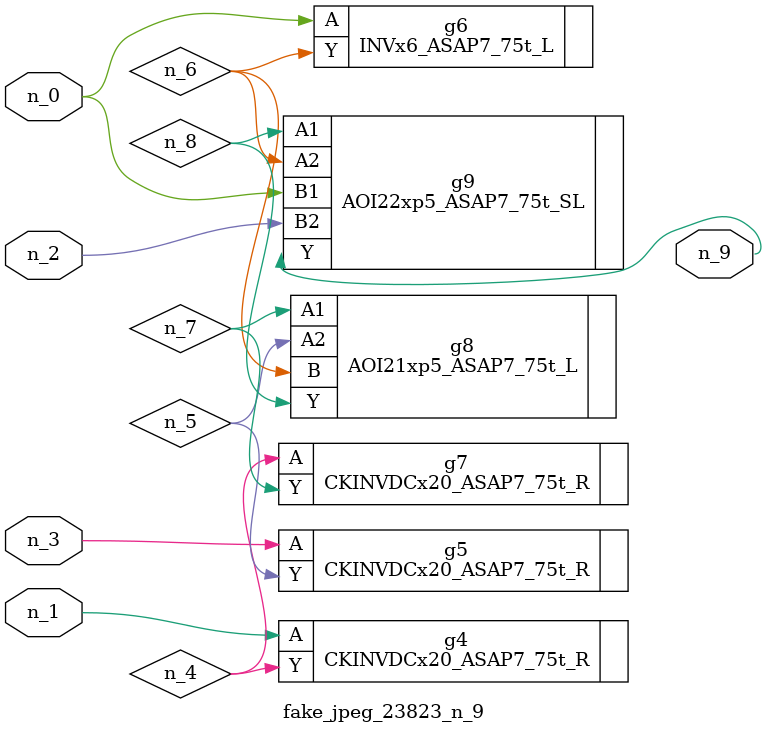
<source format=v>
module fake_jpeg_23823_n_9 (n_0, n_3, n_2, n_1, n_9);

input n_0;
input n_3;
input n_2;
input n_1;

output n_9;

wire n_4;
wire n_8;
wire n_6;
wire n_5;
wire n_7;

CKINVDCx20_ASAP7_75t_R g4 ( 
.A(n_1),
.Y(n_4)
);

CKINVDCx20_ASAP7_75t_R g5 ( 
.A(n_3),
.Y(n_5)
);

INVx6_ASAP7_75t_L g6 ( 
.A(n_0),
.Y(n_6)
);

CKINVDCx20_ASAP7_75t_R g7 ( 
.A(n_4),
.Y(n_7)
);

AOI21xp5_ASAP7_75t_L g8 ( 
.A1(n_7),
.A2(n_5),
.B(n_6),
.Y(n_8)
);

AOI22xp5_ASAP7_75t_SL g9 ( 
.A1(n_8),
.A2(n_6),
.B1(n_0),
.B2(n_2),
.Y(n_9)
);


endmodule
</source>
